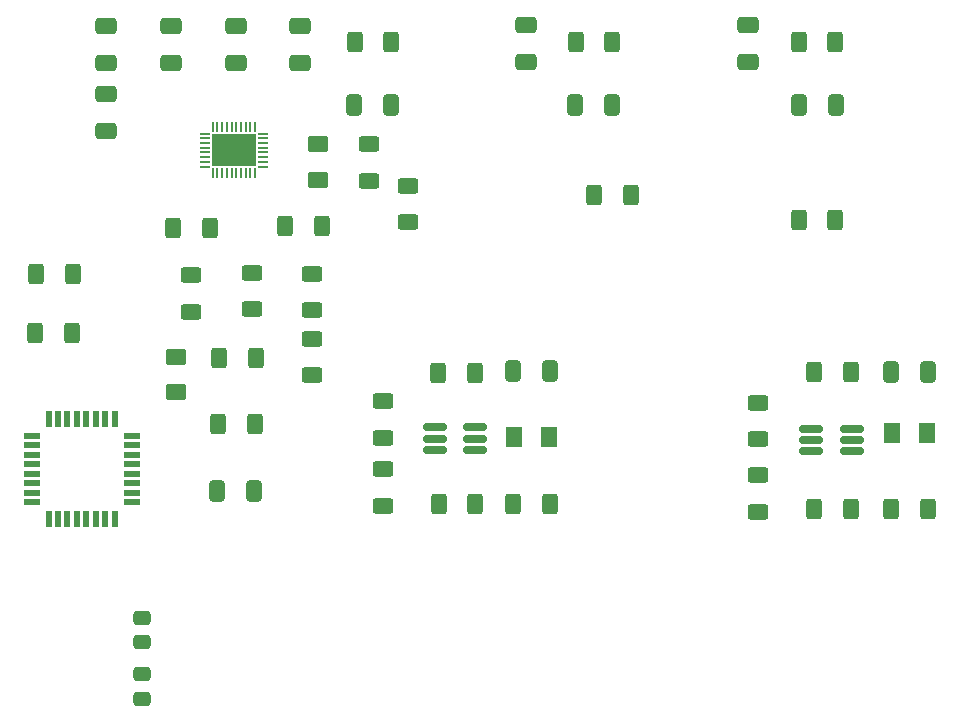
<source format=gbr>
%TF.GenerationSoftware,KiCad,Pcbnew,8.0.1*%
%TF.CreationDate,2024-05-23T13:36:51+02:00*%
%TF.ProjectId,BLDCsensDrv,424c4443-7365-46e7-9344-72762e6b6963,rev?*%
%TF.SameCoordinates,Original*%
%TF.FileFunction,Paste,Top*%
%TF.FilePolarity,Positive*%
%FSLAX46Y46*%
G04 Gerber Fmt 4.6, Leading zero omitted, Abs format (unit mm)*
G04 Created by KiCad (PCBNEW 8.0.1) date 2024-05-23 13:36:51*
%MOMM*%
%LPD*%
G01*
G04 APERTURE LIST*
G04 Aperture macros list*
%AMRoundRect*
0 Rectangle with rounded corners*
0 $1 Rounding radius*
0 $2 $3 $4 $5 $6 $7 $8 $9 X,Y pos of 4 corners*
0 Add a 4 corners polygon primitive as box body*
4,1,4,$2,$3,$4,$5,$6,$7,$8,$9,$2,$3,0*
0 Add four circle primitives for the rounded corners*
1,1,$1+$1,$2,$3*
1,1,$1+$1,$4,$5*
1,1,$1+$1,$6,$7*
1,1,$1+$1,$8,$9*
0 Add four rect primitives between the rounded corners*
20,1,$1+$1,$2,$3,$4,$5,0*
20,1,$1+$1,$4,$5,$6,$7,0*
20,1,$1+$1,$6,$7,$8,$9,0*
20,1,$1+$1,$8,$9,$2,$3,0*%
G04 Aperture macros list end*
%ADD10C,0.000000*%
%ADD11RoundRect,0.250000X0.650000X-0.412500X0.650000X0.412500X-0.650000X0.412500X-0.650000X-0.412500X0*%
%ADD12RoundRect,0.250000X-0.625000X0.400000X-0.625000X-0.400000X0.625000X-0.400000X0.625000X0.400000X0*%
%ADD13RoundRect,0.250000X0.400000X0.625000X-0.400000X0.625000X-0.400000X-0.625000X0.400000X-0.625000X0*%
%ADD14RoundRect,0.250001X-0.462499X-0.624999X0.462499X-0.624999X0.462499X0.624999X-0.462499X0.624999X0*%
%ADD15RoundRect,0.250000X0.625000X-0.400000X0.625000X0.400000X-0.625000X0.400000X-0.625000X-0.400000X0*%
%ADD16RoundRect,0.250000X-0.650000X0.412500X-0.650000X-0.412500X0.650000X-0.412500X0.650000X0.412500X0*%
%ADD17R,1.475000X0.600000*%
%ADD18R,0.600000X1.475000*%
%ADD19RoundRect,0.250000X-0.400000X-0.625000X0.400000X-0.625000X0.400000X0.625000X-0.400000X0.625000X0*%
%ADD20RoundRect,0.250001X-0.624999X0.462499X-0.624999X-0.462499X0.624999X-0.462499X0.624999X0.462499X0*%
%ADD21RoundRect,0.162500X-0.837500X-0.162500X0.837500X-0.162500X0.837500X0.162500X-0.837500X0.162500X0*%
%ADD22R,0.203200X0.812800*%
%ADD23R,0.812800X0.203200*%
%ADD24R,3.810000X2.794000*%
%ADD25RoundRect,0.250000X0.412500X0.650000X-0.412500X0.650000X-0.412500X-0.650000X0.412500X-0.650000X0*%
%ADD26RoundRect,0.250000X-0.475000X0.337500X-0.475000X-0.337500X0.475000X-0.337500X0.475000X0.337500X0*%
%ADD27RoundRect,0.250000X-0.412500X-0.650000X0.412500X-0.650000X0.412500X0.650000X-0.412500X0.650000X0*%
%ADD28RoundRect,0.250001X0.624999X-0.462499X0.624999X0.462499X-0.624999X0.462499X-0.624999X-0.462499X0*%
G04 APERTURE END LIST*
D10*
%TO.C,U1*%
G36*
X119065000Y-73400000D02*
G01*
X117995000Y-73400000D01*
X117995000Y-72203000D01*
X119065000Y-72203000D01*
X119065000Y-73400000D01*
G37*
G36*
X119065000Y-74797000D02*
G01*
X117995000Y-74797000D01*
X117995000Y-73600000D01*
X119065000Y-73600000D01*
X119065000Y-74797000D01*
G37*
G36*
X120335000Y-73400000D02*
G01*
X119265000Y-73400000D01*
X119265000Y-72203000D01*
X120335000Y-72203000D01*
X120335000Y-73400000D01*
G37*
G36*
X120335000Y-74797000D02*
G01*
X119265000Y-74797000D01*
X119265000Y-73600000D01*
X120335000Y-73600000D01*
X120335000Y-74797000D01*
G37*
G36*
X121605000Y-73400000D02*
G01*
X120535000Y-73400000D01*
X120535000Y-72203000D01*
X121605000Y-72203000D01*
X121605000Y-73400000D01*
G37*
G36*
X121605000Y-74797000D02*
G01*
X120535000Y-74797000D01*
X120535000Y-73600000D01*
X121605000Y-73600000D01*
X121605000Y-74797000D01*
G37*
%TD*%
D11*
%TO.C,C111*%
X109000000Y-71882500D03*
X109000000Y-68757500D03*
%TD*%
D12*
%TO.C,R208*%
X164200000Y-101040000D03*
X164200000Y-104140000D03*
%TD*%
D11*
%TO.C,C112*%
X125400000Y-66082500D03*
X125400000Y-62957500D03*
%TD*%
D13*
%TO.C,R106*%
X170730000Y-79420000D03*
X167630000Y-79420000D03*
%TD*%
%TO.C,R101*%
X151830000Y-64320000D03*
X148730000Y-64320000D03*
%TD*%
D14*
%TO.C,D21*%
X143505000Y-97820000D03*
X146480000Y-97820000D03*
%TD*%
D15*
%TO.C,R204*%
X132400000Y-103640000D03*
X132400000Y-100540000D03*
%TD*%
D13*
%TO.C,R105*%
X153400000Y-77300000D03*
X150300000Y-77300000D03*
%TD*%
D16*
%TO.C,C113*%
X144500000Y-62887500D03*
X144500000Y-66012500D03*
%TD*%
D13*
%TO.C,R209*%
X178550000Y-103920000D03*
X175450000Y-103920000D03*
%TD*%
%TO.C,R102*%
X170730000Y-64320000D03*
X167630000Y-64320000D03*
%TD*%
D17*
%TO.C,U2*%
X102662000Y-97700000D03*
X102662000Y-98500000D03*
X102662000Y-99300000D03*
X102662000Y-100100000D03*
X102662000Y-100900000D03*
X102662000Y-101700000D03*
X102662000Y-102500000D03*
X102662000Y-103300000D03*
D18*
X104100000Y-104738000D03*
X104900000Y-104738000D03*
X105700000Y-104738000D03*
X106500000Y-104738000D03*
X107300000Y-104738000D03*
X108100000Y-104738000D03*
X108900000Y-104738000D03*
X109700000Y-104738000D03*
D17*
X111138000Y-103300000D03*
X111138000Y-102500000D03*
X111138000Y-101700000D03*
X111138000Y-100900000D03*
X111138000Y-100100000D03*
X111138000Y-99300000D03*
X111138000Y-98500000D03*
X111138000Y-97700000D03*
D18*
X109700000Y-96262000D03*
X108900000Y-96262000D03*
X108100000Y-96262000D03*
X107300000Y-96262000D03*
X106500000Y-96262000D03*
X105700000Y-96262000D03*
X104900000Y-96262000D03*
X104100000Y-96262000D03*
%TD*%
D19*
%TO.C,R116*%
X102950000Y-89000000D03*
X106050000Y-89000000D03*
%TD*%
D13*
%TO.C,R201*%
X121650000Y-91120000D03*
X118550000Y-91120000D03*
%TD*%
D20*
%TO.C,D20*%
X114900000Y-91032500D03*
X114900000Y-94007500D03*
%TD*%
D15*
%TO.C,R205*%
X132400000Y-97870000D03*
X132400000Y-94770000D03*
%TD*%
%TO.C,R107*%
X131200000Y-76100000D03*
X131200000Y-73000000D03*
%TD*%
D13*
%TO.C,R203*%
X146520000Y-103420000D03*
X143420000Y-103420000D03*
%TD*%
D21*
%TO.C,Q20*%
X136790000Y-96970000D03*
X136790000Y-97920000D03*
X136790000Y-98870000D03*
X140210000Y-98870000D03*
X140210000Y-97920000D03*
X140210000Y-96970000D03*
%TD*%
D22*
%TO.C,U1*%
X118000001Y-75443100D03*
X118400000Y-75443100D03*
X118799999Y-75443100D03*
X119200001Y-75443100D03*
X119600000Y-75443100D03*
X120000000Y-75443100D03*
X120399999Y-75443100D03*
X120800001Y-75443100D03*
X121200000Y-75443100D03*
X121599999Y-75443100D03*
D23*
X122251100Y-74900000D03*
X122251100Y-74500001D03*
X122251100Y-74099999D03*
X122251100Y-73700000D03*
X122251100Y-73300000D03*
X122251100Y-72900001D03*
X122251100Y-72499999D03*
X122251100Y-72100000D03*
D22*
X121599999Y-71556900D03*
X121200000Y-71556900D03*
X120800001Y-71556900D03*
X120399999Y-71556900D03*
X120000000Y-71556900D03*
X119600000Y-71556900D03*
X119200001Y-71556900D03*
X118799999Y-71556900D03*
X118400000Y-71556900D03*
X118000001Y-71556900D03*
D23*
X117348900Y-72100000D03*
X117348900Y-72499999D03*
X117348900Y-72900001D03*
X117348900Y-73300000D03*
X117348900Y-73700000D03*
X117348900Y-74099999D03*
X117348900Y-74500001D03*
X117348900Y-74900000D03*
D24*
X119800000Y-73500000D03*
%TD*%
D15*
%TO.C,R114*%
X121300000Y-86970000D03*
X121300000Y-83870000D03*
%TD*%
D21*
%TO.C,Q21*%
X168690000Y-97070000D03*
X168690000Y-98020000D03*
X168690000Y-98970000D03*
X172110000Y-98970000D03*
X172110000Y-98020000D03*
X172110000Y-97070000D03*
%TD*%
D16*
%TO.C,C114*%
X163300000Y-62887500D03*
X163300000Y-66012500D03*
%TD*%
D25*
%TO.C,C24*%
X178562500Y-92320000D03*
X175437500Y-92320000D03*
%TD*%
D26*
%TO.C,C20*%
X112000000Y-113082500D03*
X112000000Y-115157500D03*
%TD*%
D16*
%TO.C,C119*%
X119933332Y-62957500D03*
X119933332Y-66082500D03*
%TD*%
D27*
%TO.C,C115*%
X129987500Y-69720000D03*
X133112500Y-69720000D03*
%TD*%
D12*
%TO.C,R109*%
X126400000Y-89450000D03*
X126400000Y-92550000D03*
%TD*%
D19*
%TO.C,R115*%
X103050000Y-84000000D03*
X106150000Y-84000000D03*
%TD*%
D13*
%TO.C,R207*%
X140200000Y-92400000D03*
X137100000Y-92400000D03*
%TD*%
D19*
%TO.C,R200*%
X118450000Y-96720000D03*
X121550000Y-96720000D03*
%TD*%
D25*
%TO.C,C23*%
X146532500Y-92220000D03*
X143407500Y-92220000D03*
%TD*%
D15*
%TO.C,R212*%
X164200000Y-97970000D03*
X164200000Y-94870000D03*
%TD*%
D14*
%TO.C,D22*%
X175535000Y-97420000D03*
X178510000Y-97420000D03*
%TD*%
D13*
%TO.C,R211*%
X172050000Y-103920000D03*
X168950000Y-103920000D03*
%TD*%
D28*
%TO.C,D100*%
X126900000Y-75992500D03*
X126900000Y-73017500D03*
%TD*%
D25*
%TO.C,C22*%
X121462500Y-102400000D03*
X118337500Y-102400000D03*
%TD*%
D11*
%TO.C,C118*%
X109000000Y-66082500D03*
X109000000Y-62957500D03*
%TD*%
%TO.C,C110*%
X114466666Y-66082500D03*
X114466666Y-62957500D03*
%TD*%
D13*
%TO.C,R206*%
X140250000Y-103420000D03*
X137150000Y-103420000D03*
%TD*%
D15*
%TO.C,R104*%
X134500000Y-79600000D03*
X134500000Y-76500000D03*
%TD*%
%TO.C,R108*%
X126400000Y-87070000D03*
X126400000Y-83970000D03*
%TD*%
D19*
%TO.C,R210*%
X168950000Y-92290000D03*
X172050000Y-92290000D03*
%TD*%
D27*
%TO.C,C117*%
X167647500Y-69720000D03*
X170772500Y-69720000D03*
%TD*%
D13*
%TO.C,R100*%
X133130000Y-64320000D03*
X130030000Y-64320000D03*
%TD*%
D19*
%TO.C,R110*%
X124150000Y-79900000D03*
X127250000Y-79900000D03*
%TD*%
%TO.C,R112*%
X114650000Y-80100000D03*
X117750000Y-80100000D03*
%TD*%
D27*
%TO.C,C116*%
X148687500Y-69720000D03*
X151812500Y-69720000D03*
%TD*%
D15*
%TO.C,R113*%
X116200000Y-87170000D03*
X116200000Y-84070000D03*
%TD*%
D26*
%TO.C,C21*%
X112000000Y-117882500D03*
X112000000Y-119957500D03*
%TD*%
M02*

</source>
